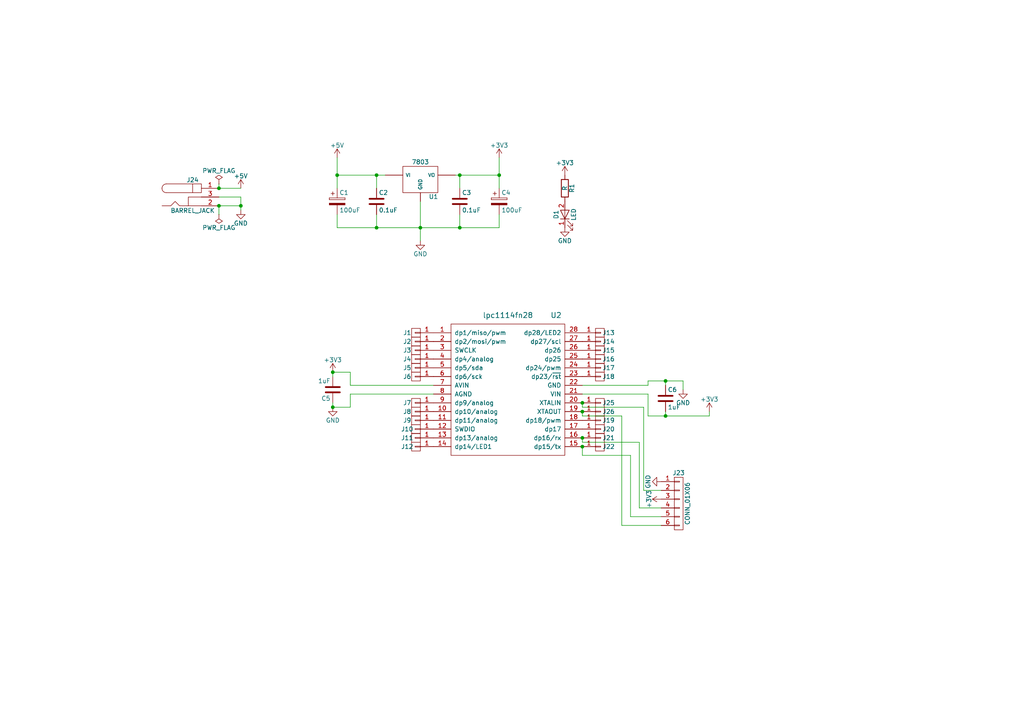
<source format=kicad_sch>
(kicad_sch (version 20230121) (generator eeschema)
  (paper "A4")
  (lib_symbols
    (symbol "lpc1114fn28:lpc1114fn28" (pin_names (offset 1.016))
      (property "Reference" "U" (at 13.97 21.59 0))
      (property "Value" "lpc1114fn28" (at 0 21.59 0))
      (symbol "lpc1114fn28_0_1"
        (rectangle (start -16.51 19.05) (end 16.51 -19.05))
      )
      (symbol "lpc1114fn28_1_1"
        (pin bidirectional line (at -21.59 16.51 0) (length 5.08) (name "dp1/miso/pwm") (number "1"))
        (pin input line (at -21.59 -6.35 0) (length 5.08) (name "dp10/analog") (number "10"))
        (pin input line (at -21.59 -8.89 0) (length 5.08) (name "dp11/analog") (number "11"))
        (pin input line (at -21.59 -11.43 0) (length 5.08) (name "SWDIO") (number "12"))
        (pin input line (at -21.59 -13.97 0) (length 5.08) (name "dp13/analog") (number "13"))
        (pin input line (at -21.59 -16.51 0) (length 5.08) (name "dp14/LED1") (number "14"))
        (pin bidirectional line (at 21.59 -16.51 180) (length 5.08) (name "dp15/tx") (number "15"))
        (pin bidirectional line (at 21.59 -13.97 180) (length 5.08) (name "dp16/rx") (number "16"))
        (pin bidirectional line (at 21.59 -11.43 180) (length 5.08) (name "dp17") (number "17"))
        (pin bidirectional line (at 21.59 -8.89 180) (length 5.08) (name "dp18/pwm") (number "18"))
        (pin bidirectional line (at 21.59 -6.35 180) (length 5.08) (name "XTAOUT") (number "19"))
        (pin input line (at -21.59 13.97 0) (length 5.08) (name "dp2/mosi/pwm") (number "2"))
        (pin bidirectional line (at 21.59 -3.81 180) (length 5.08) (name "XTALIN") (number "20"))
        (pin power_in line (at 21.59 -1.27 180) (length 5.08) (name "VIN") (number "21"))
        (pin power_in line (at 21.59 1.27 180) (length 5.08) (name "GND") (number "22"))
        (pin bidirectional line (at 21.59 3.81 180) (length 5.08) (name "dp23/~{rst}") (number "23"))
        (pin bidirectional line (at 21.59 6.35 180) (length 5.08) (name "dp24/pwm") (number "24"))
        (pin bidirectional line (at 21.59 8.89 180) (length 5.08) (name "dp25") (number "25"))
        (pin bidirectional line (at 21.59 11.43 180) (length 5.08) (name "dp26") (number "26"))
        (pin bidirectional line (at 21.59 13.97 180) (length 5.08) (name "dp27/scl") (number "27"))
        (pin bidirectional line (at 21.59 16.51 180) (length 5.08) (name "dp28/LED2") (number "28"))
        (pin input line (at -21.59 11.43 0) (length 5.08) (name "SWCLK") (number "3"))
        (pin input line (at -21.59 8.89 0) (length 5.08) (name "dp4/analog") (number "4"))
        (pin input line (at -21.59 6.35 0) (length 5.08) (name "dp5/sda") (number "5"))
        (pin input line (at -21.59 3.81 0) (length 5.08) (name "dp6/sck") (number "6"))
        (pin power_in line (at -21.59 1.27 0) (length 5.08) (name "AVIN") (number "7"))
        (pin power_in line (at -21.59 -1.27 0) (length 5.08) (name "AGND") (number "8"))
        (pin input line (at -21.59 -3.81 0) (length 5.08) (name "dp9/analog") (number "9"))
      )
    )
    (symbol "mbed_lpc1114-rescue:+3.3V" (power) (pin_names (offset 0))
      (property "Value" "+3.3V" (at 0 3.556 0))
      (symbol "+3.3V_0_1"
        (polyline (pts (xy -0.762 1.27) (xy 0 2.54)))
        (polyline (pts (xy 0 0) (xy 0 2.54)))
        (polyline (pts (xy 0 2.54) (xy 0.762 1.27)))
      )
      (symbol "+3.3V_1_1"
        (pin power_in line (at 0 0 90) (length 0) hide (name "+3V3") (number "1"))
      )
    )
    (symbol "mbed_lpc1114-rescue:+5V" (power) (pin_names (offset 0))
      (property "Value" "+5V" (at 0 3.556 0))
      (symbol "+5V_0_1"
        (polyline (pts (xy -0.762 1.27) (xy 0 2.54)))
        (polyline (pts (xy 0 0) (xy 0 2.54)))
        (polyline (pts (xy 0 2.54) (xy 0.762 1.27)))
      )
      (symbol "+5V_1_1"
        (pin power_in line (at 0 0 90) (length 0) hide (name "+5V") (number "1"))
      )
    )
    (symbol "mbed_lpc1114-rescue:7805" (pin_numbers hide) (pin_names (offset 0.762))
      (property "Reference" "U" (at 3.81 -4.9784 0))
      (property "Value" "7805" (at 0 5.08 0))
      (symbol "7805_0_1"
        (rectangle (start -5.08 -3.81) (end 5.08 3.81))
      )
      (symbol "7805_1_1"
        (pin input line (at 0 -6.35 90) (length 2.54) (name "GND") (number "GND"))
        (pin input line (at -10.16 1.27 0) (length 5.08) (name "VI") (number "VI"))
        (pin power_out line (at 10.16 1.27 180) (length 5.08) (name "VO") (number "VO"))
      )
    )
    (symbol "mbed_lpc1114-rescue:BARREL_JACK" (pin_names (offset 1.016))
      (property "Reference" "J" (at 0 4.953 0))
      (property "Value" "BARREL_JACK" (at 0 -3.937 0))
      (symbol "BARREL_JACK_0_1"
        (arc (start -8.89 2.54) (mid -8.5271 1.6254) (end -7.62 1.27))
        (arc (start -7.62 3.81) (mid -8.5088 3.4366) (end -8.89 2.54))
        (polyline (pts (xy -7.62 1.27) (xy 0 1.27)))
        (polyline (pts (xy 0 3.81) (xy -7.62 3.81)))
        (polyline (pts (xy 2.54 0) (xy -1.27 0) (xy -1.27 -2.54)))
        (polyline (pts (xy 2.54 -2.54) (xy -3.81 -2.54) (xy -5.08 -1.27) (xy -6.35 -2.54) (xy -8.89 -2.54)))
        (rectangle (start 2.54 3.81) (end 0 1.27))
      )
      (symbol "BARREL_JACK_1_1"
        (pin passive line (at 7.62 2.54 180) (length 5.08) (name "~") (number "1"))
        (pin passive line (at 7.62 -2.54 180) (length 5.08) (name "~") (number "2"))
        (pin passive line (at 7.62 0 180) (length 5.08) (name "~") (number "3"))
      )
    )
    (symbol "mbed_lpc1114-rescue:C" (pin_numbers hide) (pin_names (offset 0.254))
      (property "Reference" "C" (at 0.635 2.54 0))
      (property "Value" "C" (at 0.635 -2.54 0))
      (symbol "C_0_1"
        (polyline (pts (xy -2.032 -0.762) (xy 2.032 -0.762)) (stroke (width 0.508)))
        (polyline (pts (xy -2.032 0.762) (xy 2.032 0.762)) (stroke (width 0.508)))
      )
      (symbol "C_1_1"
        (pin passive line (at 0 3.81 270) (length 2.794) (name "~") (number "1"))
        (pin passive line (at 0 -3.81 90) (length 2.794) (name "~") (number "2"))
      )
    )
    (symbol "mbed_lpc1114-rescue:CONN_01X01" (pin_names (offset 1.016) hide)
      (property "Reference" "J" (at 0 2.54 0))
      (property "Value" "CONN_01X01" (at 2.54 0 90))
      (symbol "CONN_01X01_0_1"
        (rectangle (start -1.27 0.127) (end 0.254 -0.127))
        (rectangle (start -1.27 1.27) (end 1.27 -1.27))
      )
      (symbol "CONN_01X01_1_1"
        (pin passive line (at -5.08 0 0) (length 3.81) (name "P1") (number "1"))
      )
    )
    (symbol "mbed_lpc1114-rescue:CONN_01X06" (pin_names (offset 1.016) hide)
      (property "Reference" "J" (at 0 8.89 0))
      (property "Value" "CONN_01X06" (at 2.54 0 90))
      (symbol "CONN_01X06_0_1"
        (rectangle (start -1.27 -6.223) (end 0.254 -6.477))
        (rectangle (start -1.27 -3.683) (end 0.254 -3.937))
        (rectangle (start -1.27 -1.143) (end 0.254 -1.397))
        (rectangle (start -1.27 1.397) (end 0.254 1.143))
        (rectangle (start -1.27 3.937) (end 0.254 3.683))
        (rectangle (start -1.27 6.477) (end 0.254 6.223))
        (rectangle (start -1.27 7.62) (end 1.27 -7.62))
      )
      (symbol "CONN_01X06_1_1"
        (pin passive line (at -5.08 6.35 0) (length 3.81) (name "P1") (number "1"))
        (pin passive line (at -5.08 3.81 0) (length 3.81) (name "P2") (number "2"))
        (pin passive line (at -5.08 1.27 0) (length 3.81) (name "P3") (number "3"))
        (pin passive line (at -5.08 -1.27 0) (length 3.81) (name "P4") (number "4"))
        (pin passive line (at -5.08 -3.81 0) (length 3.81) (name "P5") (number "5"))
        (pin passive line (at -5.08 -6.35 0) (length 3.81) (name "P6") (number "6"))
      )
    )
    (symbol "mbed_lpc1114-rescue:CP" (pin_numbers hide) (pin_names (offset 0.254))
      (property "Reference" "C" (at 0.635 2.54 0))
      (property "Value" "CP" (at 0.635 -2.54 0))
      (symbol "CP_0_1"
        (rectangle (start -2.286 0.508) (end -2.286 1.016))
        (rectangle (start -2.286 0.508) (end 2.286 0.508))
        (polyline (pts (xy -1.778 2.286) (xy -0.762 2.286)))
        (polyline (pts (xy -1.27 2.794) (xy -1.27 1.778)))
        (rectangle (start 2.286 -0.508) (end -2.286 -1.016) (fill (type outline)))
        (rectangle (start 2.286 1.016) (end -2.286 1.016))
        (rectangle (start 2.286 1.016) (end 2.286 0.508))
      )
      (symbol "CP_1_1"
        (pin passive line (at 0 3.81 270) (length 2.794) (name "~") (number "1"))
        (pin passive line (at 0 -3.81 90) (length 2.794) (name "~") (number "2"))
      )
    )
    (symbol "mbed_lpc1114-rescue:GND" (power) (pin_names (offset 0))
      (property "Value" "GND" (at 0 -3.81 0))
      (symbol "GND_0_1"
        (polyline (pts (xy 0 0) (xy 0 -1.27) (xy 1.27 -1.27) (xy 0 -2.54) (xy -1.27 -1.27) (xy 0 -1.27)))
      )
      (symbol "GND_1_1"
        (pin power_in line (at 0 0 270) (length 0) hide (name "GND") (number "1"))
      )
    )
    (symbol "mbed_lpc1114-rescue:LED" (pin_names (offset 1.016) hide)
      (property "Reference" "D" (at 0 2.54 0))
      (property "Value" "LED" (at 0 -2.54 0))
      (symbol "LED_0_1"
        (polyline (pts (xy -1.27 -1.27) (xy -1.27 1.27)) (stroke (width 0.2032)))
        (polyline (pts (xy -1.27 0) (xy 1.27 0)))
        (polyline (pts (xy 1.27 -1.27) (xy 1.27 1.27) (xy -1.27 0) (xy 1.27 -1.27)) (stroke (width 0.2032)))
        (polyline (pts (xy -3.048 -0.762) (xy -4.572 -2.286) (xy -3.81 -2.286) (xy -4.572 -2.286) (xy -4.572 -1.524)))
        (polyline (pts (xy -1.778 -0.762) (xy -3.302 -2.286) (xy -2.54 -2.286) (xy -3.302 -2.286) (xy -3.302 -1.524)))
      )
      (symbol "LED_1_1"
        (pin passive line (at -3.81 0 0) (length 2.54) (name "K") (number "1"))
        (pin passive line (at 3.81 0 180) (length 2.54) (name "A") (number "2"))
      )
    )
    (symbol "mbed_lpc1114-rescue:PWR_FLAG" (power) (pin_numbers hide) (pin_names (offset 0) hide)
      (property "Value" "PWR_FLAG" (at 0 3.81 0))
      (symbol "PWR_FLAG_0_0"
        (pin power_out line (at 0 0 90) (length 0) (name "pwr") (number "1"))
      )
      (symbol "PWR_FLAG_0_1"
        (polyline (pts (xy 0 0) (xy 0 1.27) (xy -1.016 1.905) (xy 0 2.54) (xy 1.016 1.905) (xy 0 1.27)))
      )
    )
    (symbol "mbed_lpc1114-rescue:R" (pin_numbers hide) (pin_names (offset 0))
      (property "Reference" "R" (at 2.032 0 90))
      (property "Value" "R" (at 0 0 90))
      (symbol "R_0_1"
        (rectangle (start -1.016 -2.54) (end 1.016 2.54) (stroke (width 0.254)))
      )
      (symbol "R_1_1"
        (pin passive line (at 0 3.81 270) (length 1.27) (name "~") (number "1"))
        (pin passive line (at 0 -3.81 90) (length 1.27) (name "~") (number "2"))
      )
    )
  )
  (junction (at 168.91 127))
  (junction (at 63.5 59.69))
  (junction (at 168.91 116.84))
  (junction (at 97.79 50.8))
  (junction (at 168.91 129.54))
  (junction (at 96.52 118.11))
  (junction (at 193.04 120.65))
  (junction (at 144.78 50.8))
  (junction (at 63.5 54.61))
  (junction (at 121.92 66.04))
  (junction (at 168.91 119.38))
  (junction (at 133.35 66.04))
  (junction (at 69.85 59.69))
  (junction (at 133.35 50.8))
  (junction (at 109.22 66.04))
  (junction (at 193.04 110.49))
  (junction (at 96.52 107.95))
  (junction (at 109.22 50.8))
  (wire (pts (xy 109.22 62.23) (xy 109.22 66.04)))
  (wire (pts (xy 125.73 111.76) (xy 101.6 111.76)))
  (wire (pts (xy 132.08 50.8) (xy 133.35 50.8)))
  (wire (pts (xy 186.69 118.11) (xy 186.69 142.24)))
  (wire (pts (xy 168.91 114.3) (xy 187.96 114.3)))
  (wire (pts (xy 187.96 111.76) (xy 187.96 110.49)))
  (wire (pts (xy 101.6 114.3) (xy 101.6 118.11)))
  (wire (pts (xy 63.5 59.69) (xy 63.5 62.23)))
  (wire (pts (xy 168.91 118.11) (xy 168.91 116.84)))
  (wire (pts (xy 198.12 110.49) (xy 198.12 113.03)))
  (wire (pts (xy 133.35 50.8) (xy 144.78 50.8)))
  (wire (pts (xy 97.79 45.72) (xy 97.79 50.8)))
  (wire (pts (xy 193.04 120.65) (xy 205.74 120.65)))
  (wire (pts (xy 205.74 120.65) (xy 205.74 119.38)))
  (wire (pts (xy 187.96 110.49) (xy 193.04 110.49)))
  (wire (pts (xy 144.78 50.8) (xy 144.78 54.61)))
  (wire (pts (xy 180.34 120.65) (xy 180.34 152.4)))
  (wire (pts (xy 186.69 118.11) (xy 168.91 118.11)))
  (wire (pts (xy 69.85 57.15) (xy 69.85 59.69)))
  (wire (pts (xy 97.79 50.8) (xy 109.22 50.8)))
  (wire (pts (xy 168.91 128.27) (xy 185.42 128.27)))
  (wire (pts (xy 185.42 128.27) (xy 185.42 147.32)))
  (wire (pts (xy 168.91 132.08) (xy 168.91 129.54)))
  (wire (pts (xy 109.22 66.04) (xy 121.92 66.04)))
  (wire (pts (xy 97.79 50.8) (xy 97.79 54.61)))
  (wire (pts (xy 96.52 118.11) (xy 101.6 118.11)))
  (wire (pts (xy 180.34 152.4) (xy 191.77 152.4)))
  (wire (pts (xy 182.88 132.08) (xy 168.91 132.08)))
  (wire (pts (xy 193.04 120.65) (xy 193.04 119.38)))
  (wire (pts (xy 121.92 58.42) (xy 121.92 66.04)))
  (wire (pts (xy 182.88 149.86) (xy 182.88 132.08)))
  (wire (pts (xy 168.91 127) (xy 168.91 128.27)))
  (wire (pts (xy 133.35 50.8) (xy 133.35 54.61)))
  (wire (pts (xy 185.42 147.32) (xy 191.77 147.32)))
  (wire (pts (xy 125.73 114.3) (xy 101.6 114.3)))
  (wire (pts (xy 69.85 59.69) (xy 63.5 59.69)))
  (wire (pts (xy 168.91 119.38) (xy 168.91 120.65)))
  (wire (pts (xy 193.04 110.49) (xy 198.12 110.49)))
  (wire (pts (xy 168.91 111.76) (xy 187.96 111.76)))
  (wire (pts (xy 144.78 45.72) (xy 144.78 50.8)))
  (wire (pts (xy 186.69 142.24) (xy 191.77 142.24)))
  (wire (pts (xy 96.52 116.84) (xy 96.52 118.11)))
  (wire (pts (xy 109.22 50.8) (xy 109.22 54.61)))
  (wire (pts (xy 193.04 111.76) (xy 193.04 110.49)))
  (wire (pts (xy 101.6 111.76) (xy 101.6 107.95)))
  (wire (pts (xy 144.78 66.04) (xy 144.78 62.23)))
  (wire (pts (xy 121.92 66.04) (xy 133.35 66.04)))
  (wire (pts (xy 97.79 66.04) (xy 109.22 66.04)))
  (wire (pts (xy 133.35 66.04) (xy 144.78 66.04)))
  (wire (pts (xy 109.22 50.8) (xy 111.76 50.8)))
  (wire (pts (xy 133.35 62.23) (xy 133.35 66.04)))
  (wire (pts (xy 101.6 107.95) (xy 96.52 107.95)))
  (wire (pts (xy 121.92 66.04) (xy 121.92 69.85)))
  (wire (pts (xy 63.5 54.61) (xy 63.5 53.34)))
  (wire (pts (xy 187.96 114.3) (xy 187.96 120.65)))
  (wire (pts (xy 168.91 120.65) (xy 180.34 120.65)))
  (wire (pts (xy 96.52 107.95) (xy 96.52 109.22)))
  (wire (pts (xy 97.79 62.23) (xy 97.79 66.04)))
  (wire (pts (xy 69.85 54.61) (xy 63.5 54.61)))
  (wire (pts (xy 69.85 59.69) (xy 69.85 60.96)))
  (wire (pts (xy 191.77 149.86) (xy 182.88 149.86)))
  (wire (pts (xy 63.5 57.15) (xy 69.85 57.15)))
  (wire (pts (xy 187.96 120.65) (xy 193.04 120.65)))
  (symbol (lib_id "mbed_lpc1114-rescue:C") (at 109.22 58.42 0) (unit 1)
    (property "Reference" "C2" (at 109.855 55.88 0) (effects (justify left)))
    (property "Value" "0.1uF" (at 109.855 60.96 0) (effects (justify left)))
    (property "Footprint" "Capacitors_SMD:C_0603_HandSoldering" (effects hide))
  )
  (symbol (lib_id "mbed_lpc1114-rescue:C") (at 133.35 58.42 0) (unit 1)
    (property "Reference" "C3" (at 133.985 55.88 0) (effects (justify left)))
    (property "Value" "0.1uF" (at 133.985 60.96 0) (effects (justify left)))
    (property "Footprint" "Capacitors_SMD:C_0603_HandSoldering" (effects hide))
  )
  (symbol (lib_id "mbed_lpc1114-rescue:CP") (at 97.79 58.42 0) (unit 1)
    (property "Reference" "C1" (at 98.425 55.88 0) (effects (justify left)))
    (property "Value" "100uF" (at 98.425 60.96 0) (effects (justify left)))
    (property "Footprint" "Capacitors_ThroughHole:CP_Radial_D5.0mm_P2.50mm" (effects hide))
  )
  (symbol (lib_id "mbed_lpc1114-rescue:CP") (at 144.78 58.42 0) (unit 1)
    (property "Reference" "C4" (at 145.415 55.88 0) (effects (justify left)))
    (property "Value" "100uF" (at 145.415 60.96 0) (effects (justify left)))
    (property "Footprint" "Capacitors_ThroughHole:CP_Radial_D5.0mm_P2.50mm" (effects hide))
  )
  (symbol (lib_id "mbed_lpc1114-rescue:7805") (at 121.92 52.07 0) (unit 1)
    (property "Reference" "U1" (at 125.73 57.0484 0))
    (property "Value" "7803" (at 121.92 46.99 0))
    (property "Footprint" "TO_SOT_Packages_SMD:TO-252-3_TabPin2" (effects hide))
  )
  (symbol (lib_id "mbed_lpc1114-rescue:+5V") (at 97.79 45.72 0) (unit 1)
    (property "Reference" "#PWR01" (effects hide))
    (property "Value" "+5V" (at 97.79 42.164 0))
  )
  (symbol (lib_id "mbed_lpc1114-rescue:GND") (at 121.92 69.85 0) (unit 1)
    (property "Reference" "#PWR02" (effects hide))
    (property "Value" "GND" (at 121.92 73.66 0))
  )
  (symbol (lib_id "mbed_lpc1114-rescue:+3.3V") (at 144.78 45.72 0) (unit 1)
    (property "Reference" "#PWR03" (effects hide))
    (property "Value" "+3.3V" (at 144.78 42.164 0))
  )
  (symbol (lib_id "mbed_lpc1114-rescue:GND") (at 198.12 113.03 0) (unit 1)
    (property "Reference" "#PWR04" (effects hide))
    (property "Value" "GND" (at 198.12 116.84 0))
  )
  (symbol (lib_id "mbed_lpc1114-rescue:C") (at 193.04 115.57 0) (unit 1)
    (property "Reference" "C6" (at 193.675 113.03 0) (effects (justify left)))
    (property "Value" "1uF" (at 193.675 118.11 0) (effects (justify left)))
    (property "Footprint" "Capacitors_SMD:C_0603_HandSoldering" (effects hide))
  )
  (symbol (lib_id "mbed_lpc1114-rescue:GND") (at 96.52 118.11 0) (unit 1)
    (property "Reference" "#PWR05" (effects hide))
    (property "Value" "GND" (at 96.52 121.92 0))
  )
  (symbol (lib_id "mbed_lpc1114-rescue:C") (at 96.52 113.03 180) (unit 1)
    (property "Reference" "C5" (at 95.885 115.57 0) (effects (justify left)))
    (property "Value" "1uF" (at 95.885 110.49 0) (effects (justify left)))
    (property "Footprint" "Capacitors_SMD:C_0603_HandSoldering" (effects hide))
  )
  (symbol (lib_id "mbed_lpc1114-rescue:+3.3V") (at 96.52 107.95 0) (unit 1)
    (property "Reference" "#PWR06" (effects hide))
    (property "Value" "+3.3V" (at 96.52 104.394 0))
  )
  (symbol (lib_id "lpc1114fn28:lpc1114fn28") (at 147.32 113.03 0) (unit 1)
    (property "Reference" "U2" (at 161.29 91.44 0) (effects (font (size 1.524 1.524))))
    (property "Value" "lpc1114fn28" (at 147.32 91.44 0) (effects (font (size 1.524 1.524))))
    (property "Footprint" "Housings_SSOP:TSSOP-28_4.4x9.7mm_Pitch0.65mm" (effects hide))
  )
  (symbol (lib_id "mbed_lpc1114-rescue:+3.3V") (at 205.74 119.38 0) (unit 1)
    (property "Reference" "#PWR07" (effects hide))
    (property "Value" "+3.3V" (at 205.74 115.824 0))
  )
  (symbol (lib_id "mbed_lpc1114-rescue:CONN_01X01") (at 120.65 96.52 180) (unit 1)
    (property "Reference" "J1" (at 118.11 96.52 0))
    (property "Value" "CONN_01X01" (effects hide))
    (property "Footprint" "pad:universal" (effects hide))
  )
  (symbol (lib_id "mbed_lpc1114-rescue:CONN_01X01") (at 120.65 99.06 180) (unit 1)
    (property "Reference" "J2" (at 118.11 99.06 0))
    (property "Value" "CONN_01X01" (effects hide))
    (property "Footprint" "pad:universal" (effects hide))
  )
  (symbol (lib_id "mbed_lpc1114-rescue:CONN_01X01") (at 120.65 101.6 180) (unit 1)
    (property "Reference" "J3" (at 118.11 101.6 0))
    (property "Value" "CONN_01X01" (effects hide))
    (property "Footprint" "pad:universal" (effects hide))
  )
  (symbol (lib_id "mbed_lpc1114-rescue:CONN_01X01") (at 120.65 104.14 180) (unit 1)
    (property "Reference" "J4" (at 118.11 104.14 0))
    (property "Value" "CONN_01X01" (effects hide))
    (property "Footprint" "pad:universal" (effects hide))
  )
  (symbol (lib_id "mbed_lpc1114-rescue:CONN_01X01") (at 120.65 106.68 180) (unit 1)
    (property "Reference" "J5" (at 118.11 106.68 0))
    (property "Value" "CONN_01X01" (effects hide))
    (property "Footprint" "pad:universal" (effects hide))
  )
  (symbol (lib_id "mbed_lpc1114-rescue:CONN_01X01") (at 120.65 109.22 180) (unit 1)
    (property "Reference" "J6" (at 118.11 109.22 0))
    (property "Value" "CONN_01X01" (effects hide))
    (property "Footprint" "pad:universal" (effects hide))
  )
  (symbol (lib_id "mbed_lpc1114-rescue:CONN_01X01") (at 120.65 116.84 180) (unit 1)
    (property "Reference" "J7" (at 118.11 116.84 0))
    (property "Value" "CONN_01X01" (effects hide))
    (property "Footprint" "pad:universal" (effects hide))
  )
  (symbol (lib_id "mbed_lpc1114-rescue:CONN_01X01") (at 120.65 119.38 180) (unit 1)
    (property "Reference" "J8" (at 118.11 119.38 0))
    (property "Value" "CONN_01X01" (effects hide))
    (property "Footprint" "pad:universal" (effects hide))
  )
  (symbol (lib_id "mbed_lpc1114-rescue:CONN_01X01") (at 120.65 121.92 180) (unit 1)
    (property "Reference" "J9" (at 118.11 121.92 0))
    (property "Value" "CONN_01X01" (effects hide))
    (property "Footprint" "pad:universal" (effects hide))
  )
  (symbol (lib_id "mbed_lpc1114-rescue:CONN_01X01") (at 120.65 124.46 180) (unit 1)
    (property "Reference" "J10" (at 118.11 124.46 0))
    (property "Value" "CONN_01X01" (effects hide))
    (property "Footprint" "pad:universal" (effects hide))
  )
  (symbol (lib_id "mbed_lpc1114-rescue:CONN_01X01") (at 120.65 127 180) (unit 1)
    (property "Reference" "J11" (at 118.11 127 0))
    (property "Value" "CONN_01X01" (effects hide))
    (property "Footprint" "pad:universal" (effects hide))
  )
  (symbol (lib_id "mbed_lpc1114-rescue:CONN_01X01") (at 120.65 129.54 180) (unit 1)
    (property "Reference" "J12" (at 118.11 129.54 0))
    (property "Value" "CONN_01X01" (effects hide))
    (property "Footprint" "pad:universal" (effects hide))
  )
  (symbol (lib_id "mbed_lpc1114-rescue:CONN_01X01") (at 173.99 129.54 0) (mirror x) (unit 1)
    (property "Reference" "J22" (at 176.53 129.54 0))
    (property "Value" "CONN_01X01" (effects hide))
    (property "Footprint" "pad:universal" (effects hide))
  )
  (symbol (lib_id "mbed_lpc1114-rescue:CONN_01X01") (at 173.99 127 0) (mirror x) (unit 1)
    (property "Reference" "J21" (at 176.53 127 0))
    (property "Value" "CONN_01X01" (effects hide))
    (property "Footprint" "pad:universal" (effects hide))
  )
  (symbol (lib_id "mbed_lpc1114-rescue:CONN_01X01") (at 173.99 124.46 0) (mirror x) (unit 1)
    (property "Reference" "J20" (at 176.53 124.46 0))
    (property "Value" "CONN_01X01" (effects hide))
    (property "Footprint" "pad:universal" (effects hide))
  )
  (symbol (lib_id "mbed_lpc1114-rescue:CONN_01X01") (at 173.99 121.92 0) (mirror x) (unit 1)
    (property "Reference" "J19" (at 176.53 121.92 0))
    (property "Value" "CONN_01X01" (effects hide))
    (property "Footprint" "pad:universal" (effects hide))
  )
  (symbol (lib_id "mbed_lpc1114-rescue:CONN_01X01") (at 173.99 109.22 0) (mirror x) (unit 1)
    (property "Reference" "J18" (at 176.53 109.22 0))
    (property "Value" "CONN_01X01" (effects hide))
    (property "Footprint" "pad:universal" (effects hide))
  )
  (symbol (lib_id "mbed_lpc1114-rescue:CONN_01X01") (at 173.99 106.68 0) (mirror x) (unit 1)
    (property "Reference" "J17" (at 176.53 106.68 0))
    (property "Value" "CONN_01X01" (effects hide))
    (property "Footprint" "pad:universal" (effects hide))
  )
  (symbol (lib_id "mbed_lpc1114-rescue:CONN_01X01") (at 173.99 104.14 0) (mirror x) (unit 1)
    (property "Reference" "J16" (at 176.53 104.14 0))
    (property "Value" "CONN_01X01" (effects hide))
    (property "Footprint" "pad:universal" (effects hide))
  )
  (symbol (lib_id "mbed_lpc1114-rescue:CONN_01X01") (at 173.99 101.6 0) (mirror x) (unit 1)
    (property "Reference" "J15" (at 176.53 101.6 0))
    (property "Value" "CONN_01X01" (effects hide))
    (property "Footprint" "pad:universal" (effects hide))
  )
  (symbol (lib_id "mbed_lpc1114-rescue:CONN_01X01") (at 173.99 99.06 0) (mirror x) (unit 1)
    (property "Reference" "J14" (at 176.53 99.06 0))
    (property "Value" "CONN_01X01" (effects hide))
    (property "Footprint" "pad:universal" (effects hide))
  )
  (symbol (lib_id "mbed_lpc1114-rescue:CONN_01X01") (at 173.99 96.52 0) (mirror x) (unit 1)
    (property "Reference" "J13" (at 176.53 96.52 0))
    (property "Value" "CONN_01X01" (effects hide))
    (property "Footprint" "pad:universal" (effects hide))
  )
  (symbol (lib_id "mbed_lpc1114-rescue:CONN_01X06") (at 196.85 146.05 0) (unit 1)
    (property "Reference" "J23" (at 196.85 137.16 0))
    (property "Value" "CONN_01X06" (at 199.39 146.05 90))
    (property "Footprint" "Pin_Headers:Pin_Header_Straight_1x06_Pitch2.54mm" (effects hide))
  )
  (symbol (lib_id "mbed_lpc1114-rescue:GND") (at 191.77 139.7 270) (unit 1)
    (property "Reference" "#PWR08" (effects hide))
    (property "Value" "GND" (at 187.96 139.7 0))
  )
  (symbol (lib_id "mbed_lpc1114-rescue:BARREL_JACK") (at 55.88 57.15 0) (unit 1)
    (property "Reference" "J24" (at 55.88 52.197 0))
    (property "Value" "BARREL_JACK" (at 55.88 61.087 0))
    (property "Footprint" "Connectors:BARREL_JACK" (effects hide))
  )
  (symbol (lib_id "mbed_lpc1114-rescue:GND") (at 69.85 60.96 0) (unit 1)
    (property "Reference" "#PWR09" (effects hide))
    (property "Value" "GND" (at 69.85 64.77 0))
  )
  (symbol (lib_id "mbed_lpc1114-rescue:+5V") (at 69.85 54.61 0) (unit 1)
    (property "Reference" "#PWR010" (effects hide))
    (property "Value" "+5V" (at 69.85 51.054 0))
  )
  (symbol (lib_id "mbed_lpc1114-rescue:PWR_FLAG") (at 63.5 53.34 0) (unit 1)
    (property "Reference" "#FLG011" (effects hide))
    (property "Value" "PWR_FLAG" (at 63.5 49.53 0))
  )
  (symbol (lib_id "mbed_lpc1114-rescue:PWR_FLAG") (at 63.5 62.23 180) (unit 1)
    (property "Reference" "#FLG012" (effects hide))
    (property "Value" "PWR_FLAG" (at 63.5 66.04 0))
  )
  (symbol (lib_id "mbed_lpc1114-rescue:CONN_01X01") (at 173.99 116.84 0) (mirror x) (unit 1)
    (property "Reference" "J25" (at 176.53 116.84 0))
    (property "Value" "CONN_01X01" (effects hide))
    (property "Footprint" "pad:universal" (effects hide))
  )
  (symbol (lib_id "mbed_lpc1114-rescue:CONN_01X01") (at 173.99 119.38 0) (mirror x) (unit 1)
    (property "Reference" "J26" (at 176.53 119.38 0))
    (property "Value" "CONN_01X01" (effects hide))
    (property "Footprint" "pad:universal" (effects hide))
  )
  (symbol (lib_id "mbed_lpc1114-rescue:R") (at 163.83 54.61 0) (unit 1)
    (property "Reference" "R1" (at 165.862 54.61 90))
    (property "Value" "R" (at 163.83 54.61 90))
    (property "Footprint" "Resistors_SMD:R_0603_HandSoldering" (effects hide))
  )
  (symbol (lib_id "mbed_lpc1114-rescue:LED") (at 163.83 62.23 90) (unit 1)
    (property "Reference" "D1" (at 161.29 62.23 0))
    (property "Value" "LED" (at 166.37 62.23 0))
    (property "Footprint" "LEDs:LED_D3.0mm" (effects hide))
  )
  (symbol (lib_id "mbed_lpc1114-rescue:GND") (at 163.83 66.04 0) (unit 1)
    (property "Reference" "#PWR013" (effects hide))
    (property "Value" "GND" (at 163.83 69.85 0))
  )
  (symbol (lib_id "mbed_lpc1114-rescue:+3.3V") (at 191.77 144.78 90) (unit 1)
    (property "Reference" "#PWR014" (effects hide))
    (property "Value" "+3.3V" (at 188.214 144.78 0))
  )
  (symbol (lib_id "mbed_lpc1114-rescue:+3.3V") (at 163.83 50.8 0) (unit 1)
    (property "Reference" "#PWR015" (effects hide))
    (property "Value" "+3.3V" (at 163.83 47.244 0))
  )
)
</source>
